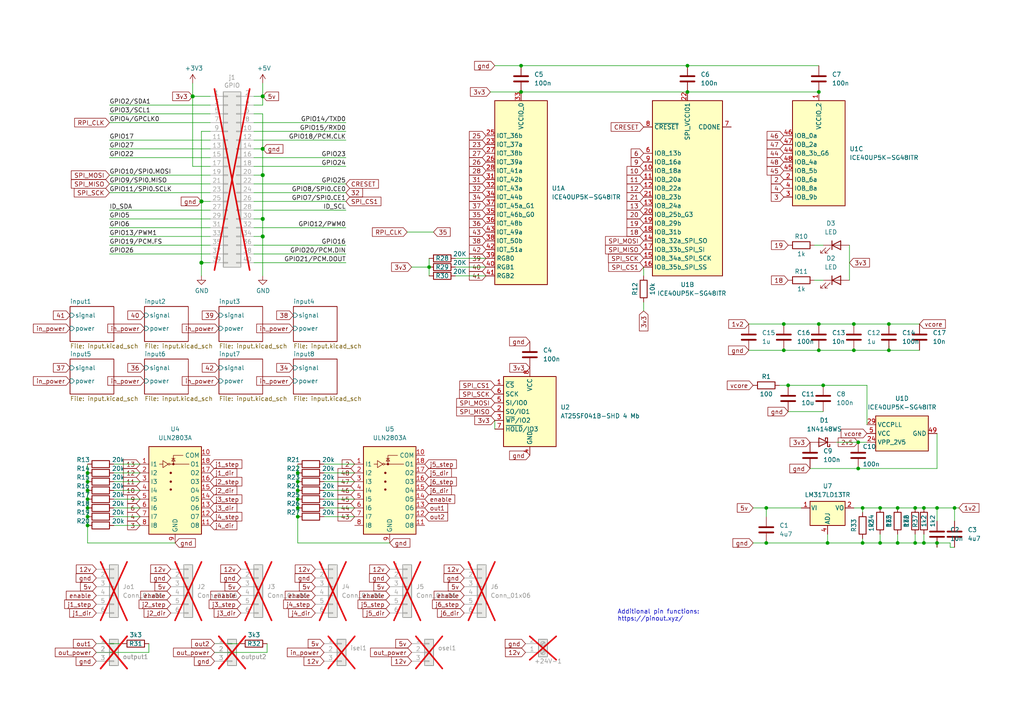
<source format=kicad_sch>
(kicad_sch (version 20231120) (generator "eeschema") (generator_version "8.0")
  (paper "A4")
  (title_block (date "2024-08-06"))
  (junction (at 199.39 19.05))
  (junction (at 86.36 139.7))
  (junction (at 86.36 142.24))
  (junction (at 76.2 27.94) (diameter 1.016))
  (junction (at 25.4 147.32))
  (junction (at 76.2 43.18) (diameter 1.016))
  (junction (at 267.97 147.32))
  (junction (at 250.19 147.32))
  (junction (at 25.4 144.78))
  (junction (at 257.81 101.6))
  (junction (at 271.78 147.32))
  (junction (at 86.36 147.32))
  (junction (at 227.33 101.6))
  (junction (at 248.92 135.89))
  (junction (at 199.39 26.67))
  (junction (at 238.76 111.76))
  (junction (at 248.92 128.27))
  (junction (at 25.4 149.86))
  (junction (at 86.36 137.16))
  (junction (at 271.78 157.48))
  (junction (at 276.86 147.32))
  (junction (at 58.42 76.2) (diameter 1.016))
  (junction (at 25.4 152.4))
  (junction (at 25.4 142.24))
  (junction (at 247.65 93.98))
  (junction (at 58.42 58.42) (diameter 1.016))
  (junction (at 240.03 157.48))
  (junction (at 25.4 139.7))
  (junction (at 227.33 93.98))
  (junction (at 124.46 77.47))
  (junction (at 237.49 101.6))
  (junction (at 76.2 68.58) (diameter 1.016))
  (junction (at 222.25 157.48))
  (junction (at 228.6 111.76))
  (junction (at 237.49 93.98))
  (junction (at 250.19 157.48))
  (junction (at 222.25 147.32))
  (junction (at 86.36 144.78))
  (junction (at 237.49 26.67))
  (junction (at 265.43 157.48))
  (junction (at 76.2 63.5) (diameter 1.016))
  (junction (at 151.13 26.67))
  (junction (at 265.43 147.32))
  (junction (at 260.35 157.48))
  (junction (at 260.35 147.32))
  (junction (at 267.97 157.48))
  (junction (at 76.2 50.8) (diameter 1.016))
  (junction (at 247.65 101.6))
  (junction (at 151.13 19.05))
  (junction (at 86.36 149.86))
  (junction (at 255.27 147.32))
  (junction (at 257.81 93.98))
  (junction (at 25.4 137.16))
  (junction (at 55.88 27.94) (diameter 1.016))
  (junction (at 255.27 157.48))
  (wire (pts (xy 247.65 147.32) (xy 250.19 147.32)))
  (wire (pts (xy 58.42 58.42) (xy 58.42 76.2)))
  (wire (pts (xy 93.98 142.24) (xy 102.87 142.24)))
  (wire (pts (xy 73.66 58.42) (xy 100.33 58.42)))
  (wire (pts (xy 250.19 148.59) (xy 250.19 147.32)))
  (wire (pts (xy 60.96 40.64) (xy 31.75 40.64)))
  (wire (pts (xy 257.81 93.98) (xy 266.7 93.98)))
  (wire (pts (xy 226.06 111.76) (xy 228.6 111.76)))
  (wire (pts (xy 25.4 134.62) (xy 25.4 137.16)))
  (wire (pts (xy 240.03 157.48) (xy 250.19 157.48)))
  (wire (pts (xy 76.2 33.02) (xy 76.2 43.18)))
  (wire (pts (xy 186.69 87.63) (xy 186.69 90.17)))
  (wire (pts (xy 76.2 50.8) (xy 73.66 50.8)))
  (wire (pts (xy 76.2 63.5) (xy 76.2 68.58)))
  (wire (pts (xy 250.19 157.48) (xy 255.27 157.48)))
  (wire (pts (xy 93.98 134.62) (xy 102.87 134.62)))
  (wire (pts (xy 86.36 144.78) (xy 86.36 147.32)))
  (wire (pts (xy 271.78 158.75) (xy 271.78 157.48)))
  (wire (pts (xy 238.76 81.28) (xy 236.22 81.28)))
  (wire (pts (xy 247.65 93.98) (xy 257.81 93.98)))
  (wire (pts (xy 76.2 50.8) (xy 76.2 63.5)))
  (wire (pts (xy 73.66 35.56) (xy 100.33 35.56)))
  (wire (pts (xy 58.42 38.1) (xy 58.42 58.42)))
  (wire (pts (xy 227.33 101.6) (xy 237.49 101.6)))
  (wire (pts (xy 142.24 26.67) (xy 151.13 26.67)))
  (wire (pts (xy 58.42 38.1) (xy 60.96 38.1)))
  (wire (pts (xy 238.76 111.76) (xy 251.46 111.76)))
  (wire (pts (xy 73.66 55.88) (xy 100.33 55.88)))
  (wire (pts (xy 93.98 137.16) (xy 102.87 137.16)))
  (wire (pts (xy 267.97 157.48) (xy 271.78 157.48)))
  (wire (pts (xy 60.96 60.96) (xy 31.75 60.96)))
  (wire (pts (xy 31.75 63.5) (xy 60.96 63.5)))
  (wire (pts (xy 93.98 149.86) (xy 102.87 149.86)))
  (wire (pts (xy 248.92 128.27) (xy 251.46 128.27)))
  (wire (pts (xy 251.46 123.19) (xy 251.46 111.76)))
  (wire (pts (xy 33.02 142.24) (xy 40.64 142.24)))
  (wire (pts (xy 247.65 101.6) (xy 257.81 101.6)))
  (wire (pts (xy 260.35 157.48) (xy 265.43 157.48)))
  (wire (pts (xy 58.42 58.42) (xy 60.96 58.42)))
  (wire (pts (xy 222.25 147.32) (xy 232.41 147.32)))
  (wire (pts (xy 113.03 157.48) (xy 86.36 157.48)))
  (wire (pts (xy 86.36 157.48) (xy 86.36 149.86)))
  (wire (pts (xy 25.4 142.24) (xy 25.4 144.78)))
  (wire (pts (xy 73.66 45.72) (xy 100.33 45.72)))
  (wire (pts (xy 132.08 80.01) (xy 140.97 80.01)))
  (wire (pts (xy 43.18 189.23) (xy 43.18 186.69)))
  (wire (pts (xy 186.69 80.01) (xy 186.69 77.47)))
  (wire (pts (xy 218.44 147.32) (xy 222.25 147.32)))
  (wire (pts (xy 73.66 76.2) (xy 100.33 76.2)))
  (wire (pts (xy 242.57 128.27) (xy 248.92 128.27)))
  (wire (pts (xy 58.42 76.2) (xy 58.42 80.01)))
  (wire (pts (xy 31.75 43.18) (xy 60.96 43.18)))
  (wire (pts (xy 250.19 147.32) (xy 255.27 147.32)))
  (wire (pts (xy 55.88 24.13) (xy 55.88 27.94)))
  (wire (pts (xy 25.4 147.32) (xy 25.4 149.86)))
  (wire (pts (xy 255.27 157.48) (xy 260.35 157.48)))
  (wire (pts (xy 228.6 119.38) (xy 238.76 119.38)))
  (wire (pts (xy 275.59 157.48) (xy 271.78 157.48)))
  (wire (pts (xy 33.02 149.86) (xy 40.64 149.86)))
  (wire (pts (xy 260.35 154.94) (xy 260.35 157.48)))
  (wire (pts (xy 257.81 101.6) (xy 266.7 101.6)))
  (wire (pts (xy 76.2 68.58) (xy 73.66 68.58)))
  (wire (pts (xy 33.02 134.62) (xy 40.64 134.62)))
  (wire (pts (xy 151.13 26.67) (xy 199.39 26.67)))
  (wire (pts (xy 275.59 158.75) (xy 276.86 158.75)))
  (wire (pts (xy 31.75 33.02) (xy 60.96 33.02)))
  (wire (pts (xy 222.25 149.86) (xy 222.25 147.32)))
  (wire (pts (xy 86.36 142.24) (xy 86.36 144.78)))
  (wire (pts (xy 31.75 55.88) (xy 60.96 55.88)))
  (wire (pts (xy 55.88 48.26) (xy 60.96 48.26)))
  (wire (pts (xy 60.96 30.48) (xy 31.75 30.48)))
  (wire (pts (xy 265.43 157.48) (xy 267.97 157.48)))
  (wire (pts (xy 76.2 27.94) (xy 76.2 30.48)))
  (wire (pts (xy 25.4 137.16) (xy 25.4 139.7)))
  (wire (pts (xy 228.6 111.76) (xy 238.76 111.76)))
  (wire (pts (xy 76.2 43.18) (xy 76.2 50.8)))
  (wire (pts (xy 73.66 40.64) (xy 100.33 40.64)))
  (wire (pts (xy 222.25 157.48) (xy 240.03 157.48)))
  (wire (pts (xy 76.2 43.18) (xy 73.66 43.18)))
  (wire (pts (xy 124.46 77.47) (xy 124.46 80.01)))
  (wire (pts (xy 76.2 24.13) (xy 76.2 27.94)))
  (wire (pts (xy 132.08 77.47) (xy 140.97 77.47)))
  (wire (pts (xy 31.75 35.56) (xy 60.96 35.56)))
  (wire (pts (xy 25.4 139.7) (xy 25.4 142.24)))
  (wire (pts (xy 276.86 147.32) (xy 276.86 151.13)))
  (wire (pts (xy 237.49 93.98) (xy 247.65 93.98)))
  (wire (pts (xy 76.2 27.94) (xy 73.66 27.94)))
  (wire (pts (xy 55.88 27.94) (xy 55.88 48.26)))
  (wire (pts (xy 234.95 135.89) (xy 248.92 135.89)))
  (wire (pts (xy 73.66 48.26) (xy 100.33 48.26)))
  (wire (pts (xy 73.66 38.1) (xy 100.33 38.1)))
  (wire (pts (xy 238.76 71.12) (xy 236.22 71.12)))
  (wire (pts (xy 27.94 189.23) (xy 43.18 189.23)))
  (wire (pts (xy 31.75 45.72) (xy 60.96 45.72)))
  (wire (pts (xy 25.4 152.4) (xy 25.4 157.48)))
  (wire (pts (xy 217.17 101.6) (xy 227.33 101.6)))
  (wire (pts (xy 31.75 53.34) (xy 60.96 53.34)))
  (wire (pts (xy 255.27 147.32) (xy 260.35 147.32)))
  (wire (pts (xy 93.98 144.78) (xy 102.87 144.78)))
  (wire (pts (xy 276.86 147.32) (xy 271.78 147.32)))
  (wire (pts (xy 62.23 186.69) (xy 69.85 186.69)))
  (wire (pts (xy 93.98 147.32) (xy 102.87 147.32)))
  (wire (pts (xy 199.39 19.05) (xy 237.49 19.05)))
  (wire (pts (xy 31.75 66.04) (xy 60.96 66.04)))
  (wire (pts (xy 151.13 19.05) (xy 199.39 19.05)))
  (wire (pts (xy 76.2 30.48) (xy 73.66 30.48)))
  (wire (pts (xy 267.97 154.94) (xy 267.97 157.48)))
  (wire (pts (xy 246.38 71.12) (xy 246.38 81.28)))
  (wire (pts (xy 227.33 93.98) (xy 237.49 93.98)))
  (wire (pts (xy 119.38 77.47) (xy 124.46 77.47)))
  (wire (pts (xy 218.44 157.48) (xy 222.25 157.48)))
  (wire (pts (xy 143.51 19.05) (xy 151.13 19.05)))
  (wire (pts (xy 31.75 71.12) (xy 60.96 71.12)))
  (wire (pts (xy 33.02 144.78) (xy 40.64 144.78)))
  (wire (pts (xy 73.66 71.12) (xy 100.33 71.12)))
  (wire (pts (xy 25.4 144.78) (xy 25.4 147.32)))
  (wire (pts (xy 199.39 26.67) (xy 237.49 26.67)))
  (wire (pts (xy 125.73 67.31) (xy 118.11 67.31)))
  (wire (pts (xy 132.08 74.93) (xy 140.97 74.93)))
  (wire (pts (xy 73.66 66.04) (xy 100.33 66.04)))
  (wire (pts (xy 58.42 76.2) (xy 60.96 76.2)))
  (wire (pts (xy 33.02 152.4) (xy 40.64 152.4)))
  (wire (pts (xy 275.59 158.75) (xy 275.59 157.48)))
  (wire (pts (xy 73.66 73.66) (xy 100.33 73.66)))
  (wire (pts (xy 27.94 186.69) (xy 35.56 186.69)))
  (wire (pts (xy 278.13 147.32) (xy 276.86 147.32)))
  (wire (pts (xy 76.2 33.02) (xy 73.66 33.02)))
  (wire (pts (xy 33.02 147.32) (xy 40.64 147.32)))
  (wire (pts (xy 237.49 101.6) (xy 247.65 101.6)))
  (wire (pts (xy 31.75 73.66) (xy 60.96 73.66)))
  (wire (pts (xy 77.47 189.23) (xy 77.47 186.69)))
  (wire (pts (xy 86.36 139.7) (xy 86.36 142.24)))
  (wire (pts (xy 255.27 154.94) (xy 255.27 157.48)))
  (wire (pts (xy 265.43 147.32) (xy 267.97 147.32)))
  (wire (pts (xy 265.43 154.94) (xy 265.43 157.48)))
  (wire (pts (xy 124.46 74.93) (xy 124.46 77.47)))
  (wire (pts (xy 217.17 93.98) (xy 227.33 93.98)))
  (wire (pts (xy 33.02 137.16) (xy 40.64 137.16)))
  (wire (pts (xy 240.03 154.94) (xy 240.03 157.48)))
  (wire (pts (xy 271.78 147.32) (xy 271.78 151.13)))
  (wire (pts (xy 143.51 121.92) (xy 143.51 124.46)))
  (wire (pts (xy 76.2 68.58) (xy 76.2 80.01)))
  (wire (pts (xy 73.66 53.34) (xy 100.33 53.34)))
  (wire (pts (xy 60.96 68.58) (xy 31.75 68.58)))
  (wire (pts (xy 267.97 147.32) (xy 271.78 147.32)))
  (wire (pts (xy 25.4 149.86) (xy 25.4 152.4)))
  (wire (pts (xy 76.2 63.5) (xy 73.66 63.5)))
  (wire (pts (xy 86.36 134.62) (xy 86.36 137.16)))
  (wire (pts (xy 55.88 27.94) (xy 60.96 27.94)))
  (wire (pts (xy 248.92 135.89) (xy 271.78 135.89)))
  (wire (pts (xy 25.4 157.48) (xy 50.8 157.48)))
  (wire (pts (xy 62.23 189.23) (xy 77.47 189.23)))
  (wire (pts (xy 250.19 156.21) (xy 250.19 157.48)))
  (wire (pts (xy 93.98 139.7) (xy 102.87 139.7)))
  (wire (pts (xy 60.96 50.8) (xy 31.75 50.8)))
  (wire (pts (xy 73.66 60.96) (xy 100.33 60.96)))
  (wire (pts (xy 260.35 147.32) (xy 265.43 147.32)))
  (wire (pts (xy 86.36 137.16) (xy 86.36 139.7)))
  (wire (pts (xy 271.78 125.73) (xy 271.78 135.89)))
  (wire (pts (xy 86.36 147.32) (xy 86.36 149.86)))
  (wire (pts (xy 33.02 139.7) (xy 40.64 139.7)))
  (wire (pts (xy 257.81 100.33) (xy 257.81 101.6)))
  (text "Additional pin functions:\nhttps://pinout.xyz/" (at 179.07 180.34 0) (effects (font (size 1.27 1.27)) (justify left bottom)))
  (label "ID_SDA" (at 31.75 60.96 0))
  (label "GPIO6" (at 31.75 66.04 0))
  (label "ID_SCL" (at 100.33 60.96 180))
  (label "GPIO5" (at 31.75 63.5 0))
  (label "GPIO21{slash}PCM.DOUT" (at 100.33 76.2 180))
  (label "GPIO19{slash}PCM.FS" (at 31.75 71.12 0))
  (label "GPIO10{slash}SPI0.MOSI" (at 31.75 50.8 0))
  (label "GPIO9{slash}SPI0.MISO" (at 31.75 53.34 0))
  (label "GPIO23" (at 100.33 45.72 180))
  (label "GPIO4{slash}GPCLK0" (at 31.75 35.56 0))
  (label "GPIO27" (at 31.75 43.18 0))
  (label "GPIO26" (at 31.75 73.66 0))
  (label "GPIO14{slash}TXD0" (at 100.33 35.56 180))
  (label "GPIO8{slash}SPI0.CE0" (at 100.33 55.88 180))
  (label "GPIO15{slash}RXD0" (at 100.33 38.1 180))
  (label "GPIO16" (at 100.33 71.12 180))
  (label "GPIO22" (at 31.75 45.72 0))
  (label "GPIO2{slash}SDA1" (at 31.75 30.48 0))
  (label "GPIO17" (at 31.75 40.64 0))
  (label "GPIO25" (at 100.33 53.34 180))
  (label "GPIO3{slash}SCL1" (at 31.75 33.02 0))
  (label "GPIO18{slash}PCM.CLK" (at 100.33 40.64 180))
  (label "GPIO12{slash}PWM0" (at 100.33 66.04 180))
  (label "GPIO13{slash}PWM1" (at 31.75 68.58 0))
  (label "GPIO20{slash}PCM.DIN" (at 100.33 73.66 180))
  (label "GPIO24" (at 100.33 48.26 180))
  (label "GPIO7{slash}SPI0.CE1" (at 100.33 58.42 180))
  (label "GPIO11{slash}SPI0.SCLK" (at 31.75 55.88 0))
  (global_label "j3_step" (shape input) (at 69.85 175.26 180) (property "Intersheetrefs" "${INTERSHEET_REFS}" (effects (hide yes))))
  (global_label "SPI_SCK" (shape input) (at 143.51 114.3 180) (property "Intersheetrefs" "${INTERSHEET_REFS}" (effects (hide yes))))
  (global_label "3v3" (shape input) (at 234.95 128.27 180) (property "Intersheetrefs" "${INTERSHEET_REFS}" (effects (hide yes))))
  (global_label "12v" (shape input) (at 93.98 191.77 180) (property "Intersheetrefs" "${INTERSHEET_REFS}" (effects (hide yes))))
  (global_label "in_power" (shape input) (at 63.5 95.25 180) (property "Intersheetrefs" "${INTERSHEET_REFS}" (effects (hide yes))))
  (global_label "10" (shape input) (at 40.64 142.24 180) (property "Intersheetrefs" "${INTERSHEET_REFS}" (effects (hide yes))))
  (global_label "j2_dir" (shape input) (at 49.53 177.8 180) (property "Intersheetrefs" "${INTERSHEET_REFS}" (effects (hide yes))))
  (global_label "9" (shape input) (at 40.64 144.78 180) (property "Intersheetrefs" "${INTERSHEET_REFS}" (effects (hide yes))))
  (global_label "out2" (shape input) (at 62.23 186.69 180) (property "Intersheetrefs" "${INTERSHEET_REFS}" (effects (hide yes))))
  (global_label "45" (shape input) (at 227.33 49.53 180) (property "Intersheetrefs" "${INTERSHEET_REFS}" (effects (hide yes))))
  (global_label "j6_step" (shape input) (at 134.62 175.26 180) (property "Intersheetrefs" "${INTERSHEET_REFS}" (effects (hide yes))))
  (global_label "1v2" (shape input) (at 217.17 93.98 180) (property "Intersheetrefs" "${INTERSHEET_REFS}" (effects (hide yes))))
  (global_label "j5_dir" (shape input) (at 123.19 137.16 0) (property "Intersheetrefs" "${INTERSHEET_REFS}" (effects (hide yes))))
  (global_label "5v" (shape input) (at 119.38 186.69 180) (property "Intersheetrefs" "${INTERSHEET_REFS}" (effects (hide yes))))
  (global_label "enable" (shape input) (at 27.94 172.72 180) (property "Intersheetrefs" "${INTERSHEET_REFS}" (effects (hide yes))))
  (global_label "5v" (shape input) (at 134.62 170.18 180) (property "Intersheetrefs" "${INTERSHEET_REFS}" (effects (hide yes))))
  (global_label "gnd" (shape input) (at 234.95 135.89 180) (property "Intersheetrefs" "${INTERSHEET_REFS}" (effects (hide yes))))
  (global_label "35" (shape input) (at 140.97 62.23 180) (property "Intersheetrefs" "${INTERSHEET_REFS}" (effects (hide yes))))
  (global_label "5v" (shape input) (at 76.2 27.94 0) (property "Intersheetrefs" "${INTERSHEET_REFS}" (effects (hide yes))))
  (global_label "j3_dir" (shape input) (at 60.96 147.32 0) (property "Intersheetrefs" "${INTERSHEET_REFS}" (effects (hide yes))))
  (global_label "RPI_CLK" (shape input) (at 118.11 67.31 180) (property "Intersheetrefs" "${INTERSHEET_REFS}" (effects (hide yes))))
  (global_label "12" (shape input) (at 186.69 54.61 180) (property "Intersheetrefs" "${INTERSHEET_REFS}" (effects (hide yes))))
  (global_label "12v" (shape input) (at 119.38 191.77 180) (property "Intersheetrefs" "${INTERSHEET_REFS}" (effects (hide yes))))
  (global_label "enable" (shape input) (at 69.85 172.72 180) (property "Intersheetrefs" "${INTERSHEET_REFS}" (effects (hide yes))))
  (global_label "enable" (shape input) (at 49.53 172.72 180) (property "Intersheetrefs" "${INTERSHEET_REFS}" (effects (hide yes))))
  (global_label "5v" (shape input) (at 69.85 170.18 180) (property "Intersheetrefs" "${INTERSHEET_REFS}" (effects (hide yes))))
  (global_label "j6_step" (shape input) (at 123.19 139.7 0) (property "Intersheetrefs" "${INTERSHEET_REFS}" (effects (hide yes))))
  (global_label "gnd" (shape input) (at 76.2 43.18 0) (property "Intersheetrefs" "${INTERSHEET_REFS}" (effects (hide yes))))
  (global_label "gnd" (shape input) (at 62.23 191.77 180) (property "Intersheetrefs" "${INTERSHEET_REFS}" (effects (hide yes))))
  (global_label "SPI_CS1" (shape input) (at 143.51 111.76 180) (property "Intersheetrefs" "${INTERSHEET_REFS}" (effects (hide yes))))
  (global_label "5v" (shape input) (at 218.44 147.32 180) (property "Intersheetrefs" "${INTERSHEET_REFS}" (effects (hide yes))))
  (global_label "2v5" (shape input) (at 248.92 128.27 180) (property "Intersheetrefs" "${INTERSHEET_REFS}" (effects (hide yes))))
  (global_label "12v" (shape input) (at 49.53 165.1 180) (property "Intersheetrefs" "${INTERSHEET_REFS}" (effects (hide yes))))
  (global_label "19" (shape input) (at 228.6 71.12 180) (property "Intersheetrefs" "${INTERSHEET_REFS}" (effects (hide yes))))
  (global_label "j1_dir" (shape input) (at 60.96 137.16 0) (property "Intersheetrefs" "${INTERSHEET_REFS}" (effects (hide yes))))
  (global_label "gnd" (shape input) (at 49.53 167.64 180) (property "Intersheetrefs" "${INTERSHEET_REFS}" (effects (hide yes))))
  (global_label "31" (shape input) (at 140.97 52.07 180) (property "Intersheetrefs" "${INTERSHEET_REFS}" (effects (hide yes))))
  (global_label "42" (shape input) (at 140.97 72.39 180) (property "Intersheetrefs" "${INTERSHEET_REFS}" (effects (hide yes))))
  (global_label "12" (shape input) (at 40.64 137.16 180) (property "Intersheetrefs" "${INTERSHEET_REFS}" (effects (hide yes))))
  (global_label "3" (shape input) (at 227.33 57.15 180) (property "Intersheetrefs" "${INTERSHEET_REFS}" (effects (hide yes))))
  (global_label "in_power" (shape input) (at 20.32 110.49 180) (property "Intersheetrefs" "${INTERSHEET_REFS}" (effects (hide yes))))
  (global_label "3" (shape input) (at 40.64 152.4 180) (property "Intersheetrefs" "${INTERSHEET_REFS}" (effects (hide yes))))
  (global_label "SPI_MISO" (shape input) (at 143.51 119.38 180) (property "Intersheetrefs" "${INTERSHEET_REFS}" (effects (hide yes))))
  (global_label "j6_dir" (shape input) (at 123.19 142.24 0) (property "Intersheetrefs" "${INTERSHEET_REFS}" (effects (hide yes))))
  (global_label "34" (shape input) (at 85.09 106.68 180) (property "Intersheetrefs" "${INTERSHEET_REFS}" (effects (hide yes))))
  (global_label "26" (shape input) (at 140.97 46.99 180) (property "Intersheetrefs" "${INTERSHEET_REFS}" (effects (hide yes))))
  (global_label "3v3" (shape input) (at 153.67 106.68 180) (property "Intersheetrefs" "${INTERSHEET_REFS}" (effects (hide yes))))
  (global_label "SPI_SCK" (shape input) (at 186.69 74.93 180) (property "Intersheetrefs" "${INTERSHEET_REFS}" (effects (hide yes))))
  (global_label "36" (shape input) (at 41.91 106.68 180) (property "Intersheetrefs" "${INTERSHEET_REFS}" (effects (hide yes))))
  (global_label "gnd" (shape input) (at 218.44 157.48 180) (property "Intersheetrefs" "${INTERSHEET_REFS}" (effects (hide yes))))
  (global_label "j5_dir" (shape input) (at 113.03 177.8 180) (property "Intersheetrefs" "${INTERSHEET_REFS}" (effects (hide yes))))
  (global_label "12v" (shape input) (at 27.94 165.1 180) (property "Intersheetrefs" "${INTERSHEET_REFS}" (effects (hide yes))))
  (global_label "36" (shape input) (at 140.97 64.77 180) (property "Intersheetrefs" "${INTERSHEET_REFS}" (effects (hide yes))))
  (global_label "48" (shape input) (at 102.87 137.16 180) (property "Intersheetrefs" "${INTERSHEET_REFS}" (effects (hide yes))))
  (global_label "2" (shape input) (at 227.33 52.07 180) (property "Intersheetrefs" "${INTERSHEET_REFS}" (effects (hide yes))))
  (global_label "out1" (shape input) (at 123.19 147.32 0) (property "Intersheetrefs" "${INTERSHEET_REFS}" (effects (hide yes))))
  (global_label "j2_step" (shape input) (at 60.96 139.7 0) (property "Intersheetrefs" "${INTERSHEET_REFS}" (effects (hide yes))))
  (global_label "5v" (shape input) (at 27.94 170.18 180) (property "Intersheetrefs" "${INTERSHEET_REFS}" (effects (hide yes))))
  (global_label "in_power" (shape input) (at 85.09 110.49 180) (property "Intersheetrefs" "${INTERSHEET_REFS}" (effects (hide yes))))
  (global_label "vcore" (shape input) (at 218.44 111.76 180) (property "Intersheetrefs" "${INTERSHEET_REFS}" (effects (hide yes))))
  (global_label "5v" (shape input) (at 113.03 170.18 180) (property "Intersheetrefs" "${INTERSHEET_REFS}" (effects (hide yes))))
  (global_label "gnd" (shape input) (at 153.67 99.06 180) (property "Intersheetrefs" "${INTERSHEET_REFS}" (effects (hide yes))))
  (global_label "CRESET" (shape input) (at 100.33 53.34 0) (property "Intersheetrefs" "${INTERSHEET_REFS}" (effects (hide yes))))
  (global_label "3v3" (shape input) (at 55.88 27.94 180) (property "Intersheetrefs" "${INTERSHEET_REFS}" (effects (hide yes))))
  (global_label "3v3" (shape input) (at 246.38 76.2 0) (property "Intersheetrefs" "${INTERSHEET_REFS}" (effects (hide yes))))
  (global_label "4" (shape input) (at 227.33 54.61 180) (property "Intersheetrefs" "${INTERSHEET_REFS}" (effects (hide yes))))
  (global_label "41" (shape input) (at 140.97 80.01 180) (property "Intersheetrefs" "${INTERSHEET_REFS}" (effects (hide yes))))
  (global_label "3v3" (shape input) (at 119.38 77.47 180) (property "Intersheetrefs" "${INTERSHEET_REFS}" (effects (hide yes))))
  (global_label "32" (shape input) (at 100.33 55.88 0) (property "Intersheetrefs" "${INTERSHEET_REFS}" (effects (hide yes))))
  (global_label "j4_step" (shape input) (at 91.44 175.26 180) (property "Intersheetrefs" "${INTERSHEET_REFS}" (effects (hide yes))))
  (global_label "enable" (shape input) (at 123.19 144.78 0) (property "Intersheetrefs" "${INTERSHEET_REFS}" (effects (hide yes))))
  (global_label "18" (shape input) (at 186.69 67.31 180) (property "Intersheetrefs" "${INTERSHEET_REFS}" (effects (hide yes))))
  (global_label "j3_dir" (shape input) (at 69.85 177.8 180) (property "Intersheetrefs" "${INTERSHEET_REFS}" (effects (hide yes))))
  (global_label "11" (shape input) (at 186.69 52.07 180) (property "Intersheetrefs" "${INTERSHEET_REFS}" (effects (hide yes))))
  (global_label "44" (shape input) (at 227.33 44.45 180) (property "Intersheetrefs" "${INTERSHEET_REFS}" (effects (hide yes))))
  (global_label "5v" (shape input) (at 91.44 170.18 180) (property "Intersheetrefs" "${INTERSHEET_REFS}" (effects (hide yes))))
  (global_label "enable" (shape input) (at 91.44 172.72 180) (property "Intersheetrefs" "${INTERSHEET_REFS}" (effects (hide yes))))
  (global_label "SPI_CS1" (shape input) (at 186.69 77.47 180) (property "Intersheetrefs" "${INTERSHEET_REFS}" (effects (hide yes))))
  (global_label "19" (shape input) (at 186.69 64.77 180) (property "Intersheetrefs" "${INTERSHEET_REFS}" (effects (hide yes))))
  (global_label "SPI_MISO" (shape input) (at 31.75 53.34 180) (property "Intersheetrefs" "${INTERSHEET_REFS}" (effects (hide yes))))
  (global_label "enable" (shape input) (at 134.62 172.72 180) (property "Intersheetrefs" "${INTERSHEET_REFS}" (effects (hide yes))))
  (global_label "RPI_CLK" (shape input) (at 31.75 35.56 180) (property "Intersheetrefs" "${INTERSHEET_REFS}" (effects (hide yes))))
  (global_label "12v" (shape input) (at 91.44 165.1 180) (property "Intersheetrefs" "${INTERSHEET_REFS}" (effects (hide yes))))
  (global_label "out_power" (shape input) (at 119.38 189.23 180) (property "Intersheetrefs" "${INTERSHEET_REFS}" (effects (hide yes))))
  (global_label "gnd" (shape input) (at 91.44 167.64 180) (property "Intersheetrefs" "${INTERSHEET_REFS}" (effects (hide yes))))
  (global_label "gnd" (shape input) (at 113.03 157.48 0) (property "Intersheetrefs" "${INTERSHEET_REFS}" (effects (hide yes))))
  (global_label "5v" (shape input) (at 93.98 186.69 180) (property "Intersheetrefs" "${INTERSHEET_REFS}" (effects (hide yes))))
  (global_label "27" (shape input) (at 140.97 44.45 180) (property "Intersheetrefs" "${INTERSHEET_REFS}" (effects (hide yes))))
  (global_label "gnd" (shape input) (at 143.51 19.05 180) (property "Intersheetrefs" "${INTERSHEET_REFS}" (effects (hide yes))))
  (global_label "35" (shape input) (at 125.73 67.31 0) (property "Intersheetrefs" "${INTERSHEET_REFS}" (effects (hide yes))))
  (global_label "6" (shape input) (at 40.64 147.32 180) (property "Intersheetrefs" "${INTERSHEET_REFS}" (effects (hide yes))))
  (global_label "in_power" (shape input) (at 93.98 189.23 180) (property "Intersheetrefs" "${INTERSHEET_REFS}" (effects (hide yes))))
  (global_label "13" (shape input) (at 186.69 59.69 180) (property "Intersheetrefs" "${INTERSHEET_REFS}" (effects (hide yes))))
  (global_label "43" (shape input) (at 140.97 67.31 180) (property "Intersheetrefs" "${INTERSHEET_REFS}" (effects (hide yes))))
  (global_label "SPI_MISO" (shape input) (at 186.69 72.39 180) (property "Intersheetrefs" "${INTERSHEET_REFS}" (effects (hide yes))))
  (global_label "37" (shape input) (at 140.97 59.69 180) (property "Intersheetrefs" "${INTERSHEET_REFS}" (effects (hide yes))))
  (global_label "3v3" (shape input) (at 143.51 121.92 180) (property "Intersheetrefs" "${INTERSHEET_REFS}" (effects (hide yes))))
  (global_label "41" (shape input) (at 20.32 91.44 180) (property "Intersheetrefs" "${INTERSHEET_REFS}" (effects (hide yes))))
  (global_label "1v2" (shape input) (at 278.13 147.32 0) (property "Intersheetrefs" "${INTERSHEET_REFS}" (effects (hide yes))))
  (global_label "12v" (shape input) (at 152.4 189.23 180) (property "Intersheetrefs" "${INTERSHEET_REFS}" (effects (hide yes))))
  (global_label "vcore" (shape input) (at 251.46 125.73 180) (property "Intersheetrefs" "${INTERSHEET_REFS}" (effects (hide yes))))
  (global_label "j6_dir" (shape input) (at 134.62 177.8 180) (property "Intersheetrefs" "${INTERSHEET_REFS}" (effects (hide yes))))
  (global_label "out1" (shape input) (at 27.94 186.69 180) (property "Intersheetrefs" "${INTERSHEET_REFS}" (effects (hide yes))))
  (global_label "gnd" (shape input) (at 27.94 167.64 180) (property "Intersheetrefs" "${INTERSHEET_REFS}" (effects (hide yes))))
  (global_label "34" (shape input) (at 140.97 57.15 180) (property "Intersheetrefs" "${INTERSHEET_REFS}" (effects (hide yes))))
  (global_label "gnd" (shape input) (at 152.4 186.69 180) (property "Intersheetrefs" "${INTERSHEET_REFS}" (effects (hide yes))))
  (global_label "j4_dir" (shape input) (at 60.96 152.4 0) (property "Intersheetrefs" "${INTERSHEET_REFS}" (effects (hide yes))))
  (global_label "37" (shape input) (at 20.32 106.68 180) (property "Intersheetrefs" "${INTERSHEET_REFS}" (effects (hide yes))))
  (global_label "gnd" (shape input) (at 134.62 167.64 180) (property "Intersheetrefs" "${INTERSHEET_REFS}" (effects (hide yes))))
  (global_label "in_power" (shape input) (at 85.09 95.25 180) (property "Intersheetrefs" "${INTERSHEET_REFS}" (effects (hide yes))))
  (global_label "enable" (shape input) (at 113.03 172.72 180) (property "Intersheetrefs" "${INTERSHEET_REFS}" (effects (hide yes))))
  (global_label "39" (shape input) (at 140.97 74.93 180) (property "Intersheetrefs" "${INTERSHEET_REFS}" (effects (hide yes))))
  (global_label "42" (shape input) (at 63.5 106.68 180) (property "Intersheetrefs" "${INTERSHEET_REFS}" (effects (hide yes))))
  (global_label "j2_step" (shape input) (at 49.53 175.26 180) (property "Intersheetrefs" "${INTERSHEET_REFS}" (effects (hide yes))))
  (global_label "2" (shape input) (at 102.87 134.62 180) (property "Intersheetrefs" "${INTERSHEET_REFS}" (effects (hide yes))))
  (global_label "23" (shape input) (at 140.97 41.91 180) (property "Intersheetrefs" "${INTERSHEET_REFS}" (effects (hide yes))))
  (global_label "j1_dir" (shape input) (at 27.94 177.8 180) (property "Intersheetrefs" "${INTERSHEET_REFS}" (effects (hide yes))))
  (global_label "28" (shape input) (at 140.97 49.53 180) (property "Intersheetrefs" "${INTERSHEET_REFS}" (effects (hide yes))))
  (global_label "CRESET" (shape input) (at 186.69 36.83 180) (property "Intersheetrefs" "${INTERSHEET_REFS}" (effects (hide yes))))
  (global_label "j5_step" (shape input) (at 113.03 175.26 180) (property "Intersheetrefs" "${INTERSHEET_REFS}" (effects (hide yes))))
  (global_label "gnd" (shape input) (at 113.03 167.64 180) (property "Intersheetrefs" "${INTERSHEET_REFS}" (effects (hide yes))))
  (global_label "46" (shape input) (at 102.87 142.24 180) (property "Intersheetrefs" "${INTERSHEET_REFS}" (effects (hide yes))))
  (global_label "39" (shape input) (at 63.5 91.44 180) (property "Intersheetrefs" "${INTERSHEET_REFS}" (effects (hide yes))))
  (global_label "j2_dir" (shape input) (at 60.96 142.24 0) (property "Intersheetrefs" "${INTERSHEET_REFS}" (effects (hide yes))))
  (global_label "45" (shape input) (at 102.87 144.78 180) (property "Intersheetrefs" "${INTERSHEET_REFS}" (effects (hide yes))))
  (global_label "gnd" (shape input) (at 69.85 167.64 180) (property "Intersheetrefs" "${INTERSHEET_REFS}" (effects (hide yes))))
  (global_label "3v3" (shape input) (at 142.24 26.67 180) (property "Intersheetrefs" "${INTERSHEET_REFS}" (effects (hide yes))))
  (global_label "j5_step" (shape input) (at 123.19 134.62 0) (property "Intersheetrefs" "${INTERSHEET_REFS}" (effects (hide yes))))
  (global_label "48" (shape input) (at 227.33 46.99 180) (property "Intersheetrefs" "${INTERSHEET_REFS}" (effects (hide yes))))
  (global_label "10" (shape input) (at 186.69 49.53 180) (property "Intersheetrefs" "${INTERSHEET_REFS}" (effects (hide yes))))
  (global_label "20" (shape input) (at 186.69 62.23 180) (property "Intersheetrefs" "${INTERSHEET_REFS}" (effects (hide yes))))
  (global_label "gnd" (shape input) (at 217.17 101.6 180) (property "Intersheetrefs" "${INTERSHEET_REFS}" (effects (hide yes))))
  (global_label "SPI_MOSI" (shape input) (at 143.51 116.84 180) (property "Intersheetrefs" "${INTERSHEET_REFS}" (effects (hide yes))))
  (global_label "40" (shape input) (at 140.97 77.47 180) (property "Intersheetrefs" "${INTERSHEET_REFS}" (effects (hide yes))))
  (global_label "SPI_SCK" (shape input) (at 31.75 55.88 180) (property "Intersheetrefs" "${INTERSHEET_REFS}" (effects (hide yes))))
  (global_label "25" (shape input) (at 140.97 39.37 180) (property "Intersheetrefs" "${INTERSHEET_REFS}" (effects (hide yes))))
  (global_label "18" (shape input) (at 228.6 81.28 180) (property "Intersheetrefs" "${INTERSHEET_REFS}" (effects (hide yes))))
  (global_label "gnd" (shape input) (at 27.94 191.77 180) (property "Intersheetrefs" "${INTERSHEET_REFS}" (effects (hide yes))))
  (global_label "j1_step" (shape input) (at 60.96 134.62 0) (property "Intersheetrefs" "${INTERSHEET_REFS}" (effects (hide yes))))
  (global_label "38" (shape input) (at 140.97 69.85 180) (property "Intersheetrefs" "${INTERSHEET_REFS}" (effects (hide yes))))
  (global_label "47" (shape input) (at 227.33 41.91 180) (property "Intersheetrefs" "${INTERSHEET_REFS}" (effects (hide yes))))
  (global_label "40" (shape input) (at 41.91 91.44 180) (property "Intersheetrefs" "${INTERSHEET_REFS}" (effects (hide yes))))
  (global_label "j3_step" (shape input) (at 60.96 144.78 0) (property "Intersheetrefs" "${INTERSHEET_REFS}" (effects (hide yes))))
  (global_label "in_power" (shape input) (at 20.32 95.25 180) (property "Intersheetrefs" "${INTERSHEET_REFS}" (effects (hide yes))))
  (global_label "j4_dir" (shape input) (at 91.44 177.8 180) (property "Intersheetrefs" "${INTERSHEET_REFS}" (effects (hide yes))))
  (global_label "11" (shape input) (at 40.64 139.7 180) (property "Intersheetrefs" "${INTERSHEET_REFS}" (effects (hide yes))))
  (global_label "9" (shape input) (at 186.69 46.99 180) (property "Intersheetrefs" "${INTERSHEET_REFS}" (effects (hide yes))))
  (global_label "4" (shape input) (at 40.64 149.86 180) (property "Intersheetrefs" "${INTERSHEET_REFS}" (effects (hide yes))))
  (global_label "SPI_MOSI" (shape input) (at 31.75 50.8 180) (property "Intersheetrefs" "${INTERSHEET_REFS}" (effects (hide yes))))
  (global_label "j1_step" (shape input) (at 27.94 175.26 180) (property "Intersheetrefs" "${INTERSHEET_REFS}" (effects (hide yes))))
  (global_label "out2" (shape input) (at 123.19 149.86 0) (property "Intersheetrefs" "${INTERSHEET_REFS}" (effects (hide yes))))
  (global_label "gnd" (shape input) (at 58.42 58.42 180) (property "Intersheetrefs" "${INTERSHEET_REFS}" (effects (hide yes))))
  (global_label "SPI_MOSI" (shape input) (at 186.69 69.85 180) (property "Intersheetrefs" "${INTERSHEET_REFS}" (effects (hide yes))))
  (global_label "43" (shape input) (at 102.87 149.86 180) (property "Intersheetrefs" "${INTERSHEET_REFS}" (effects (hide yes))))
  (global_label "out_power" (shape input) (at 62.23 189.23 180) (property "Intersheetrefs" "${INTERSHEET_REFS}" (effects (hide yes))))
  (global_label "5v" (shape input) (at 49.53 170.18 180) (property "Intersheetrefs" "${INTERSHEET_REFS}" (effects (hide yes))))
  (global_label "12v" (shape input) (at 69.85 165.1 180) (property "Intersheetrefs" "${INTERSHEET_REFS}" (effects (hide yes))))
  (global_label "gnd" (shape input) (at 153.67 132.08 180) (property "Intersheetrefs" "${INTERSHEET_REFS}" (effects (hide yes))))
  (global_label "gnd" (shape input) (at 228.6 119.38 180) (property "Intersheetrefs" "${INTERSHEET_REFS}" (effects (hide yes))))
  (global_label "3v3" (shape input) (at 186.69 90.17 270) (property "Intersheetrefs" "${INTERSHEET_REFS}" (effects (hide yes))))
  (global_label "j4_step" (shape input) (at 60.96 149.86 0) (property "Intersheetrefs" "${INTERSHEET_REFS}" (effects (hide yes))))
  (global_label "in_power" (shape input) (at 41.91 95.25 180) (property "Intersheetrefs" "${INTERSHEET_REFS}" (effects (hide yes))))
  (global_label "32" (shape input) (at 140.97 54.61 180) (property "Intersheetrefs" "${INTERSHEET_REFS}" (effects (hide yes))))
  (global_label "38" (shape input) (at 85.09 91.44 180) (property "Intersheetrefs" "${INTERSHEET_REFS}" (effects (hide yes))))
  (global_label "46" (shape input) (at 227.33 39.37 180) (property "Intersheetrefs" "${INTERSHEET_REFS}" (effects (hide yes))))
  (global_label "out_power" (shape input) (at 27.94 189.23 180) (property "Intersheetrefs" "${INTERSHEET_REFS}" (effects (hide yes))))
  (global_label "6" (shape input) (at 186.69 44.45 180) (property "Intersheetrefs" "${INTERSHEET_REFS}" (effects (hide yes))))
  (global_label "gnd" (shape input) (at 50.8 157.48 0) (property "Intersheetrefs" "${INTERSHEET_REFS}" (effects (hide yes))))
  (global_label "in_power" (shape input) (at 41.91 110.49 180) (property "Intersheetrefs" "${INTERSHEET_REFS}" (effects (hide yes))))
  (global_label "47" (shape input) (at 102.87 139.7 180) (property "Intersheetrefs" "${INTERSHEET_REFS}" (effects (hide yes))))
  (global_label "vcore" (shape input) (at 266.7 93.98 0) (property "Intersheetrefs" "${INTERSHEET_REFS}" (effects (hide yes))))
  (global_label "21" (shape input) (at 186.69 57.15 180) (property "Intersheetrefs" "${INTERSHEET_REFS}" (effects (hide yes))))
  (global_label "44" (shape input) (at 102.87 147.32 180) (property "Intersheetrefs" "${INTERSHEET_REFS}" (effects (hide yes))))
  (global_label "SPI_CS1" (shape input) (at 100.33 58.42 0) (property "Intersheetrefs" "${INTERSHEET_REFS}" (effects (hide yes))))
  (global_label "12v" (shape input) (at 113.03 165.1 180) (property "Intersheetrefs" "${INTERSHEET_REFS}" (effects (hide yes))))
  (global_label "in_power" (shape input) (at 63.5 110.49 180) (property "Intersheetrefs" "${INTERSHEET_REFS}" (effects (hide yes))))
  (global_label "12v" (shape input) (at 134.62 165.1 180) (property "Intersheetrefs" "${INTERSHEET_REFS}" (effects (hide yes))))
  (global_label "13" (shape input) (at 40.64 134.62 180) (property "Intersheetrefs" "${INTERSHEET_REFS}" (effects (hide yes))))
  (symbol (lib_id "power:+5V") (at 76.2 24.13 0) (unit 1)
    (property "Reference" "#PWR01" (effects (hide yes)))
    (property "Value" "+5V" (at 76.5683 19.8056 0))
  )
  (symbol (lib_id "power:+3.3V") (at 55.88 24.13 0) (unit 1)
    (property "Reference" "#PWR04" (effects (hide yes)))
    (property "Value" "+3V3" (at 56.2483 19.8056 0))
  )
  (symbol (lib_id "power:GND") (at 76.2 80.01 0) (unit 1)
    (property "Reference" "#PWR02" (effects (hide yes)))
    (property "Value" "GND" (at 76.3143 84.3344 0))
  )
  (symbol (lib_id "power:GND") (at 58.42 80.01 0) (unit 1)
    (property "Reference" "#PWR03" (effects (hide yes)))
    (property "Value" "GND" (at 58.5343 84.3344 0))
  )
  (symbol (lib_id "Connector_Generic:Conn_02x20_Odd_Even") (at 66.04 50.8 0) (unit 1) (in_bom no) (dnp yes)
    (property "Reference" "j1" (at 67.31 22.4598 0))
    (property "Value" "GPIO" (at 67.31 24.765 0))
    (property "Footprint" "Connector_PinSocket_2.54mm:PinSocket_2x20_P2.54mm_Vertical" (effects (hide yes)))
  )
  (symbol (lib_id "Device:C") (at 199.39 22.86 0) (unit 1)
    (property "Reference" "C6" (at 203.2 21.59 0) (effects (justify left)))
    (property "Value" "100n" (at 203.2 24.13 0) (effects (justify left)))
    (property "Footprint" "Capacitor_SMD:C_0603_1608Metric_Pad1.08x0.95mm_HandSolder" (effects (hide yes)))
    (property "LCSC PN" "C14663" (effects (hide yes)))
  )
  (symbol (lib_id "Device:C") (at 227.33 97.79 0) (unit 1)
    (property "Reference" "C16" (at 231.14 96.52 0) (effects (justify left)))
    (property "Value" "100n" (at 231.14 99.06 0) (effects (justify left)))
    (property "Footprint" "Capacitor_SMD:C_0603_1608Metric_Pad1.08x0.95mm_HandSolder" (effects (hide yes)))
    (property "LCSC PN" "C14663" (effects (hide yes)))
  )
  (symbol (lib_id "Connector_Generic:Conn_01x06") (at 54.61 170.18 0) (unit 1) (in_bom no) (dnp yes)
    (property "Reference" "J2" (at 57.15 170.18 0) (effects (justify left)))
    (property "Value" "Conn_01x06" (at 57.15 172.72 0) (effects (justify left)))
    (property "Footprint" "Connector_JST:JST_XH_B6B-XH-A_1x06_P2.50mm_Vertical" (effects (hide yes)))
  )
  (symbol (lib_id "FPGA_Lattice:ICE40UP5K-SG48ITR") (at 261.62 125.73 90) (unit 4)
    (property "Reference" "U1" (at 261.62 115.57 90))
    (property "Value" "ICE40UP5K-SG48ITR" (at 261.62 118.11 90))
    (property "Footprint" "Package_DFN_QFN:QFN-48-1EP_7x7mm_P0.5mm_EP5.6x5.6mm" (effects (hide yes)))
    (property "Datasheet" "http://www.latticesemi.com/Products/FPGAandCPLD/iCE40Ultra" (effects (hide yes)))
    (property "LCSC PN" "C2678152" (effects (hide yes)))
  )
  (symbol (lib_id "Device:LED") (at 242.57 81.28 0) (unit 1)
    (property "Reference" "D2" (at 240.9825 74.93 0))
    (property "Value" "LED" (at 240.9825 77.47 0))
    (property "Footprint" "LED_SMD:LED_1206_3216Metric_Pad1.42x1.75mm_HandSolder" (effects (hide yes)))
    (property "LCSC PN" "C2297" (effects (hide yes)))
  )
  (symbol (lib_id "Device:R") (at 29.21 147.32 90) (unit 1)
    (property "Reference" "R18" (at 24.13 146.05 90))
    (property "Value" "20k" (at 34.29 146.05 90))
    (property "Footprint" "Resistor_SMD:R_0603_1608Metric_Pad0.98x0.95mm_HandSolder" (effects (hide yes)))
    (property "LCSC PN" "C4184" (effects (hide yes)))
  )
  (symbol (lib_id "Device:R") (at 90.17 139.7 90) (unit 1)
    (property "Reference" "R23" (at 85.09 138.43 90))
    (property "Value" "20k" (at 95.25 138.43 90))
    (property "Footprint" "Resistor_SMD:R_0603_1608Metric_Pad0.98x0.95mm_HandSolder" (effects (hide yes)))
    (property "LCSC PN" "C4184" (effects (hide yes)))
  )
  (symbol (lib_id "Connector_Generic:Conn_01x06") (at 74.93 170.18 0) (unit 1) (in_bom no) (dnp yes)
    (property "Reference" "J3" (at 77.47 170.18 0) (effects (justify left)))
    (property "Value" "Conn_01x06" (at 77.47 172.72 0) (effects (justify left)))
    (property "Footprint" "Connector_JST:JST_XH_B6B-XH-A_1x06_P2.50mm_Vertical" (effects (hide yes)))
  )
  (symbol (lib_id "Memory_Flash:AT25SF081-SSHF-X") (at 153.67 119.38 0) (unit 1)
    (property "Reference" "U2" (at 162.56 118.11 0) (effects (justify left)))
    (property "Value" "AT25SF041B-SHD 4 Mb" (at 162.56 120.65 0) (effects (justify left)))
    (property "Footprint" "Package_SO:SOIC-8_3.9x4.9mm_P1.27mm" (effects (hide yes)))
    (property "Datasheet" "https://www.adestotech.com/wp-content/uploads/DS-AT25SF081_045.pdf" (effects (hide yes)))
    (property "LCSC PN" " C5127618" (effects (hide yes)))
  )
  (symbol (lib_id "FPGA_Lattice:ICE40UP5K-SG48ITR") (at 237.49 44.45 0) (unit 3)
    (property "Reference" "U1" (at 246.38 43.18 0) (effects (justify left)))
    (property "Value" "ICE40UP5K-SG48ITR" (at 246.38 45.72 0) (effects (justify left)))
    (property "Footprint" "Package_DFN_QFN:QFN-48-1EP_7x7mm_P0.5mm_EP5.6x5.6mm" (effects (hide yes)))
    (property "Datasheet" "http://www.latticesemi.com/Products/FPGAandCPLD/iCE40Ultra" (effects (hide yes)))
    (property "LCSC PN" "C2678152" (effects (hide yes)))
  )
  (symbol (lib_id "Device:R") (at 29.21 144.78 90) (unit 1)
    (property "Reference" "R17" (at 24.13 143.51 90))
    (property "Value" "20k" (at 34.29 143.51 90))
    (property "Footprint" "Resistor_SMD:R_0603_1608Metric_Pad0.98x0.95mm_HandSolder" (effects (hide yes)))
    (property "LCSC PN" "C4184" (effects (hide yes)))
  )
  (symbol (lib_id "Device:C") (at 257.81 97.79 0) (unit 1)
    (property "Reference" "C14" (at 261.62 96.52 0) (effects (justify left)))
    (property "Value" "100n" (at 261.62 99.06 0) (effects (justify left)))
    (property "Footprint" "Capacitor_SMD:C_0603_1608Metric_Pad1.08x0.95mm_HandSolder" (effects (hide yes)))
    (property "LCSC PN" "C14663" (effects (hide yes)))
  )
  (symbol (lib_id "Device:R") (at 232.41 81.28 90) (unit 1)
    (property "Reference" "R11" (at 232.41 78.74 90))
    (property "Value" "1k" (at 232.41 83.82 90))
    (property "Footprint" "Resistor_SMD:R_0603_1608Metric_Pad0.98x0.95mm_HandSolder" (effects (hide yes)))
    (property "LCSC PN" "C21190" (effects (hide yes)))
  )
  (symbol (lib_id "Device:C") (at 217.17 97.79 0) (unit 1)
    (property "Reference" "C15" (at 220.98 96.52 0) (effects (justify left)))
    (property "Value" "1u" (at 220.98 99.06 0) (effects (justify left)))
    (property "Footprint" "Capacitor_SMD:C_0603_1608Metric_Pad1.08x0.95mm_HandSolder" (effects (hide yes)))
    (property "LCSC PN" "C15849" (effects (hide yes)))
  )
  (symbol (lib_id "Connector_Generic:Conn_01x06") (at 96.52 170.18 0) (unit 1) (in_bom no) (dnp yes)
    (property "Reference" "J4" (at 99.06 170.18 0) (effects (justify left)))
    (property "Value" "Conn_01x06" (at 99.06 172.72 0) (effects (justify left)))
    (property "Footprint" "Connector_JST:JST_XH_B6B-XH-A_1x06_P2.50mm_Vertical" (effects (hide yes)))
  )
  (symbol (lib_id "Connector_Generic:Conn_01x06") (at 118.11 170.18 0) (unit 1) (in_bom no) (dnp yes)
    (property "Reference" "J5" (at 120.65 170.18 0) (effects (justify left)))
    (property "Value" "Conn_01x06" (at 120.65 172.72 0) (effects (justify left)))
    (property "Footprint" "Connector_JST:JST_XH_B6B-XH-A_1x06_P2.50mm_Vertical" (effects (hide yes)))
  )
  (symbol (lib_id "Device:R") (at 29.21 149.86 90) (unit 1)
    (property "Reference" "R19" (at 24.13 148.59 90))
    (property "Value" "20k" (at 34.29 148.59 90))
    (property "Footprint" "Resistor_SMD:R_0603_1608Metric_Pad0.98x0.95mm_HandSolder" (effects (hide yes)))
    (property "LCSC PN" "C4184" (effects (hide yes)))
  )
  (symbol (lib_id "Device:C") (at 238.76 115.57 0) (unit 1)
    (property "Reference" "C8" (at 242.57 114.3 0) (effects (justify left)))
    (property "Value" "100n" (at 242.57 116.84 0) (effects (justify left)))
    (property "Footprint" "Capacitor_SMD:C_0603_1608Metric_Pad1.08x0.95mm_HandSolder" (effects (hide yes)))
    (property "LCSC PN" "C14663" (effects (hide yes)))
  )
  (symbol (lib_id "Connector_Generic:Conn_01x03") (at 124.46 189.23 0) (unit 1) (in_bom no) (dnp yes)
    (property "Reference" "osel1" (at 127 187.96 0) (effects (justify left)))
    (property "Value" "Conn_01x03" (effects (hide yes)))
    (property "Footprint" "Connector_PinHeader_2.54mm:PinHeader_1x03_P2.54mm_Vertical" (effects (hide yes)))
  )
  (symbol (lib_id "Device:C") (at 228.6 115.57 0) (unit 1)
    (property "Reference" "C11" (at 232.41 114.3 0) (effects (justify left)))
    (property "Value" "10u" (at 232.41 116.84 0) (effects (justify left)))
    (property "Footprint" "Capacitor_SMD:C_0603_1608Metric_Pad1.08x0.95mm_HandSolder" (effects (hide yes)))
    (property "LCSC PN" "C15525" (effects (hide yes)))
  )
  (symbol (lib_id "Device:R") (at 128.27 80.01 90) (unit 1)
    (property "Reference" "R30" (at 128.27 80.01 90))
    (property "Value" "20K" (at 133.35 78.74 90))
    (property "Footprint" "Resistor_SMD:R_0603_1608Metric_Pad0.98x0.95mm_HandSolder" (effects (hide yes)))
    (property "LCSC PN" "C4184" (effects (hide yes)))
  )
  (symbol (lib_id "Device:R") (at 232.41 71.12 90) (unit 1)
    (property "Reference" "R10" (at 232.41 68.58 90))
    (property "Value" "1k" (at 232.41 73.66 90))
    (property "Footprint" "Resistor_SMD:R_0603_1608Metric_Pad0.98x0.95mm_HandSolder" (effects (hide yes)))
    (property "LCSC PN" "C21190" (effects (hide yes)))
  )
  (symbol (lib_id "Device:R") (at 90.17 134.62 90) (unit 1)
    (property "Reference" "R21" (at 85.09 133.35 90))
    (property "Value" "20k" (at 95.25 133.35 90))
    (property "Footprint" "Resistor_SMD:R_0603_1608Metric_Pad0.98x0.95mm_HandSolder" (effects (hide yes)))
    (property "LCSC PN" "C4184" (effects (hide yes)))
  )
  (symbol (lib_id "FPGA_Lattice:ICE40UP5K-SG48ITR") (at 151.13 54.61 0) (unit 1)
    (property "Reference" "U1" (at 160.02 54.61 0) (effects (justify left)))
    (property "Value" "ICE40UP5K-SG48ITR" (at 160.02 57.15 0) (effects (justify left)))
    (property "Footprint" "Package_DFN_QFN:QFN-48-1EP_7x7mm_P0.5mm_EP5.6x5.6mm" (effects (hide yes)))
    (property "Datasheet" "http://www.latticesemi.com/Products/FPGAandCPLD/iCE40Ultra" (effects (hide yes)))
    (property "LCSC PN" "C2678152" (effects (hide yes)))
  )
  (symbol (lib_id "Regulator_Linear:LM317L_SO8") (at 240.03 147.32 0) (unit 1)
    (property "Reference" "U7" (at 240.03 140.97 0))
    (property "Value" "LM317LD13TR" (at 240.03 143.51 0))
    (property "Footprint" "Package_SO:SOIC-8_3.9x4.9mm_P1.27mm" (effects (hide yes)))
    (property "Datasheet" "http://www.ti.com/lit/ds/snvs775k/snvs775k.pdf" (effects (hide yes)))
    (property "Description" "100mA 35V Adjustable Linear Regulator, SO-8" (effects (hide yes)))
    (property "LCSC PN" "C81457" (effects (hide yes)))
  )
  (symbol (lib_id "Device:C") (at 151.13 22.86 0) (unit 1)
    (property "Reference" "C5" (at 154.94 21.59 0) (effects (justify left)))
    (property "Value" "100n" (at 154.94 24.13 0) (effects (justify left)))
    (property "Footprint" "Capacitor_SMD:C_0603_1608Metric_Pad1.08x0.95mm_HandSolder" (effects (hide yes)))
    (property "LCSC PN" "C14663" (effects (hide yes)))
  )
  (symbol (lib_id "Connector_Generic:Conn_01x03") (at 99.06 189.23 0) (unit 1) (in_bom no) (dnp yes)
    (property "Reference" "isel1" (at 101.6 187.96 0) (effects (justify left)))
    (property "Value" "Conn_01x03" (effects (hide yes)))
    (property "Footprint" "Connector_PinHeader_2.54mm:PinHeader_1x03_P2.54mm_Vertical" (effects (hide yes)))
  )
  (symbol (lib_id "Device:R") (at 73.66 186.69 90) (unit 1)
    (property "Reference" "R32" (at 73.66 186.69 90))
    (property "Value" "3k3" (at 73.66 184.15 90))
    (property "Footprint" "Resistor_SMD:R_0603_1608Metric_Pad0.98x0.95mm_HandSolder" (effects (hide yes)))
    (property "LCSC PN" "C22978" (effects (hide yes)))
  )
  (symbol (lib_id "Device:R") (at 250.19 152.4 180) (unit 1)
    (property "Reference" "R33" (at 247.65 152.4 90))
    (property "Value" "1k2" (at 252.73 152.4 90))
    (property "Footprint" "Resistor_SMD:R_0603_1608Metric_Pad0.98x0.95mm_HandSolder" (effects (hide yes)))
    (property "LCSC PN" "C227454" (effects (hide yes)))
  )
  (symbol (lib_id "Device:R") (at 222.25 111.76 90) (unit 1)
    (property "Reference" "R1" (at 222.25 109.22 90))
    (property "Value" "100" (at 222.25 114.3 90))
    (property "Footprint" "Resistor_SMD:R_0603_1608Metric_Pad0.98x0.95mm_HandSolder" (effects (hide yes)))
    (property "LCSC PN" "C22775" (effects (hide yes)))
  )
  (symbol (lib_id "Device:R") (at 90.17 149.86 90) (unit 1)
    (property "Reference" "R27" (at 85.09 148.59 90))
    (property "Value" "20k" (at 95.25 148.59 90))
    (property "Footprint" "Resistor_SMD:R_0603_1608Metric_Pad0.98x0.95mm_HandSolder" (effects (hide yes)))
    (property "LCSC PN" "C4184" (effects (hide yes)))
  )
  (symbol (lib_id "Device:R") (at 90.17 142.24 90) (unit 1)
    (property "Reference" "R24" (at 85.09 140.97 90))
    (property "Value" "20k" (at 95.25 140.97 90))
    (property "Footprint" "Resistor_SMD:R_0603_1608Metric_Pad0.98x0.95mm_HandSolder" (effects (hide yes)))
    (property "LCSC PN" "C4184" (effects (hide yes)))
  )
  (symbol (lib_id "Transistor_Array:ULN2803A") (at 113.03 139.7 0) (unit 1)
    (property "Reference" "U5" (at 113.03 124.46 0))
    (property "Value" "ULN2803A" (at 113.03 127 0))
    (property "Footprint" "Package_SO:SOP-18_7.495x11.515mm_P1.27mm" (effects (hide yes)))
    (property "Datasheet" "http://www.ti.com/lit/ds/symlink/uln2803a.pdf" (effects (hide yes)))
    (property "LCSC PN" "C845537" (effects (hide yes)))
  )
  (symbol (lib_id "Diode:CDBU40-HF") (at 238.76 128.27 180) (unit 1)
    (property "Reference" "D1" (at 239.0775 121.92 0))
    (property "Value" "1N4148WS" (at 239.0775 124.46 0))
    (property "Footprint" "Diode_SMD:D_SOD-323_HandSoldering" (effects (hide yes)))
    (property "Datasheet" "https://www.comchiptech.com/admin/files/product/QW-G1012-CDBU40-HF-RevA321692.pdf" (effects (hide yes)))
    (property "LCSC PN" "C2128 " (effects (hide yes)))
  )
  (symbol (lib_id "Connector:Screw_Terminal_01x02") (at 157.48 189.23 0) (mirror x) (unit 1) (in_bom no) (dnp yes)
    (property "Reference" "+24V-1" (at 154.94 191.77 0) (effects (justify left)))
    (property "Value" "Screw_Terminal_01x02" (effects (hide yes)))
    (property "Footprint" "TerminalBlock:TerminalBlock_bornier-2_P5.08mm" (effects (hide yes)))
  )
  (symbol (lib_id "Device:C") (at 234.95 132.08 0) (unit 1)
    (property "Reference" "C9" (at 238.76 130.81 0) (effects (justify left)))
    (property "Value" "100n" (at 238.76 133.35 0) (effects (justify left)))
    (property "Footprint" "Capacitor_SMD:C_0603_1608Metric_Pad1.08x0.95mm_HandSolder" (effects (hide yes)))
    (property "LCSC PN" "C14663" (effects (hide yes)))
  )
  (symbol (lib_id "Device:C") (at 153.67 102.87 0) (unit 1)
    (property "Reference" "C4" (at 157.48 101.6 0) (effects (justify left)))
    (property "Value" "100n" (at 157.48 104.14 0) (effects (justify left)))
    (property "Footprint" "Capacitor_SMD:C_0603_1608Metric_Pad1.08x0.95mm_HandSolder" (effects (hide yes)))
    (property "LCSC PN" "C14663" (effects (hide yes)))
  )
  (symbol (lib_id "Device:R") (at 265.43 151.13 180) (unit 1)
    (property "Reference" "R36" (at 262.89 151.13 90))
    (property "Value" "1k2" (at 267.97 151.13 90))
    (property "Footprint" "Resistor_SMD:R_0603_1608Metric_Pad0.98x0.95mm_HandSolder" (effects (hide yes)))
    (property "LCSC PN" "C227454" (effects (hide yes)))
  )
  (symbol (lib_id "Connector_Generic:Conn_01x06") (at 33.02 170.18 0) (unit 1) (in_bom no) (dnp yes)
    (property "Reference" "Jo1" (at 35.56 170.18 0) (effects (justify left)))
    (property "Value" "Conn_01x06" (at 35.56 172.72 0) (effects (justify left)))
    (property "Footprint" "Connector_JST:JST_XH_B6B-XH-A_1x06_P2.50mm_Vertical" (effects (hide yes)))
  )
  (symbol (lib_id "Device:C") (at 237.49 22.86 0) (unit 1)
    (property "Reference" "C7" (at 241.3 21.59 0) (effects (justify left)))
    (property "Value" "100n" (at 241.3 24.13 0) (effects (justify left)))
    (property "Footprint" "Capacitor_SMD:C_0603_1608Metric_Pad1.08x0.95mm_HandSolder" (effects (hide yes)))
    (property "LCSC PN" "C14663" (effects (hide yes)))
  )
  (symbol (lib_id "Device:LED") (at 242.57 71.12 0) (unit 1)
    (property "Reference" "D3" (at 240.9825 64.77 0))
    (property "Value" "LED" (at 240.9825 67.31 0))
    (property "Footprint" "LED_SMD:LED_1206_3216Metric_Pad1.42x1.75mm_HandSolder" (effects (hide yes)))
    (property "LCSC PN" "C2296" (effects (hide yes)))
  )
  (symbol (lib_id "Device:R") (at 128.27 77.47 90) (unit 1)
    (property "Reference" "R29" (at 128.27 77.47 90))
    (property "Value" "20K" (at 133.35 76.2 90))
    (property "Footprint" "Resistor_SMD:R_0603_1608Metric_Pad0.98x0.95mm_HandSolder" (effects (hide yes)))
    (property "LCSC PN" "C4184" (effects (hide yes)))
  )
  (symbol (lib_id "Device:R") (at 29.21 139.7 90) (unit 1)
    (property "Reference" "R15" (at 24.13 138.43 90))
    (property "Value" "20k" (at 34.29 138.43 90))
    (property "Footprint" "Resistor_SMD:R_0603_1608Metric_Pad0.98x0.95mm_HandSolder" (effects (hide yes)))
    (property "LCSC PN" "C4184" (effects (hide yes)))
  )
  (symbol (lib_id "FPGA_Lattice:ICE40UP5K-SG48ITR") (at 199.39 54.61 0) (unit 2)
    (property "Reference" "U1" (at 199.39 82.55 0))
    (property "Value" "ICE40UP5K-SG48ITR" (at 200.66 85.09 0))
    (property "Footprint" "Package_DFN_QFN:QFN-48-1EP_7x7mm_P0.5mm_EP5.6x5.6mm" (effects (hide yes)))
    (property "Datasheet" "http://www.latticesemi.com/Products/FPGAandCPLD/iCE40Ultra" (effects (hide yes)))
    (property "LCSC PN" "C2678152" (effects (hide yes)))
  )
  (symbol (lib_id "Device:C") (at 266.7 97.79 0) (unit 1)
    (property "Reference" "C17" (at 270.51 96.52 0) (effects (justify left)))
    (property "Value" "10n" (at 270.51 99.06 0) (effects (justify left)))
    (property "Footprint" "Capacitor_SMD:C_0603_1608Metric_Pad1.08x0.95mm_HandSolder" (effects (hide yes)))
    (property "LCSC PN" "C57112" (effects (hide yes)))
  )
  (symbol (lib_id "Device:C") (at 276.86 154.94 0) (unit 1)
    (property "Reference" "C3" (at 280.67 153.67 0) (effects (justify left)))
    (property "Value" "4u7" (at 280.67 156.21 0) (effects (justify left)))
    (property "Footprint" "Capacitor_SMD:C_0603_1608Metric_Pad1.08x0.95mm_HandSolder" (effects (hide yes)))
    (property "LCSC PN" "C19666" (effects (hide yes)))
  )
  (symbol (lib_id "Device:R") (at 90.17 147.32 90) (unit 1)
    (property "Reference" "R26" (at 85.09 146.05 90))
    (property "Value" "20k" (at 95.25 146.05 90))
    (property "Footprint" "Resistor_SMD:R_0603_1608Metric_Pad0.98x0.95mm_HandSolder" (effects (hide yes)))
    (property "LCSC PN" "C4184" (effects (hide yes)))
  )
  (symbol (lib_id "Device:R") (at 90.17 144.78 90) (unit 1)
    (property "Reference" "R25" (at 85.09 143.51 90))
    (property "Value" "20k" (at 95.25 143.51 90))
    (property "Footprint" "Resistor_SMD:R_0603_1608Metric_Pad0.98x0.95mm_HandSolder" (effects (hide yes)))
    (property "LCSC PN" "C4184" (effects (hide yes)))
  )
  (symbol (lib_id "Device:C") (at 248.92 132.08 0) (unit 1)
    (property "Reference" "C10" (at 250.19 129.54 0) (effects (justify left)))
    (property "Value" "100n" (at 250.19 134.62 0) (effects (justify left)))
    (property "Footprint" "Capacitor_SMD:C_0603_1608Metric_Pad1.08x0.95mm_HandSolder" (effects (hide yes)))
    (property "LCSC PN" "C14663" (effects (hide yes)))
  )
  (symbol (lib_id "Device:R") (at 90.17 137.16 90) (unit 1)
    (property "Reference" "R22" (at 85.09 135.89 90))
    (property "Value" "20k" (at 95.25 135.89 90))
    (property "Footprint" "Resistor_SMD:R_0603_1608Metric_Pad0.98x0.95mm_HandSolder" (effects (hide yes)))
    (property "LCSC PN" "C4184" (effects (hide yes)))
  )
  (symbol (lib_id "Device:C") (at 222.25 153.67 0) (unit 1)
    (property "Reference" "C1" (at 226.06 152.4 0) (effects (justify left)))
    (property "Value" "4u7" (at 226.06 154.94 0) (effects (justify left)))
    (property "Footprint" "Capacitor_SMD:C_0603_1608Metric_Pad1.08x0.95mm_HandSolder" (effects (hide yes)))
    (property "LCSC PN" "C19666" (effects (hide yes)))
  )
  (symbol (lib_id "Connector_Generic:Conn_01x03") (at 67.31 189.23 0) (unit 1) (in_bom no) (dnp yes)
    (property "Reference" "output2" (at 69.85 190.5 0) (effects (justify left)))
    (property "Value" "Conn_01x03" (effects (hide yes)))
    (property "Footprint" "Connector_JST:JST_XH_B3B-XH-A_1x03_P2.50mm_Vertical" (effects (hide yes)))
  )
  (symbol (lib_id "Device:R") (at 29.21 152.4 90) (unit 1)
    (property "Reference" "R20" (at 24.13 151.13 90))
    (property "Value" "20k" (at 34.29 151.13 90))
    (property "Footprint" "Resistor_SMD:R_0603_1608Metric_Pad0.98x0.95mm_HandSolder" (effects (hide yes)))
    (property "LCSC PN" "C4184" (effects (hide yes)))
  )
  (symbol (lib_id "Connector_Generic:Conn_01x03") (at 33.02 189.23 0) (unit 1) (in_bom no) (dnp yes)
    (property "Reference" "output1" (at 35.56 190.5 0) (effects (justify left)))
    (property "Value" "Conn_01x03" (effects (hide yes)))
    (property "Footprint" "Connector_JST:JST_XH_B3B-XH-A_1x03_P2.50mm_Vertical" (effects (hide yes)))
  )
  (symbol (lib_id "Device:C") (at 247.65 97.79 0) (unit 1)
    (property "Reference" "C12" (at 251.46 96.52 0) (effects (justify left)))
    (property "Value" "1u" (at 251.46 99.06 0) (effects (justify left)))
    (property "Footprint" "Capacitor_SMD:C_0603_1608Metric_Pad1.08x0.95mm_HandSolder" (effects (hide yes)))
    (property "LCSC PN" "C15849" (effects (hide yes)))
  )
  (symbol (lib_id "Device:R") (at 255.27 151.13 180) (unit 1)
    (property "Reference" "R34" (at 252.73 151.13 90))
    (property "Value" "1k2" (at 257.81 151.13 90))
    (property "Footprint" "Resistor_SMD:R_0603_1608Metric_Pad0.98x0.95mm_HandSolder" (effects (hide yes)))
    (property "LCSC PN" "C227454" (effects (hide yes)))
  )
  (symbol (lib_id "Device:C") (at 271.78 154.94 0) (unit 1)
    (property "Reference" "C2" (at 275.59 153.67 0) (effects (justify left)))
    (property "Value" "10n" (at 275.59 156.21 0) (effects (justify left)))
    (property "Footprint" "Capacitor_SMD:C_0603_1608Metric_Pad1.08x0.95mm_HandSolder" (effects (hide yes)))
    (property "LCSC PN" "C57112" (effects (hide yes)))
  )
  (symbol (lib_id "Device:C") (at 237.49 97.79 0) (unit 1)
    (property "Reference" "C13" (at 241.3 96.52 0) (effects (justify left)))
    (property "Value" "10n" (at 241.3 99.06 0) (effects (justify left)))
    (property "Footprint" "Capacitor_SMD:C_0603_1608Metric_Pad1.08x0.95mm_HandSolder" (effects (hide yes)))
    (property "LCSC PN" "C57112" (effects (hide yes)))
  )
  (symbol (lib_id "Device:R") (at 186.69 83.82 180) (unit 1)
    (property "Reference" "R12" (at 184.15 83.82 90))
    (property "Value" "10k" (at 189.23 83.82 90))
    (property "Footprint" "Resistor_SMD:R_0603_1608Metric_Pad0.98x0.95mm_HandSolder" (effects (hide yes)))
    (property "LCSC PN" "C25804" (effects (hide yes)))
  )
  (symbol (lib_id "Device:R") (at 260.35 151.13 180) (unit 1)
    (property "Reference" "R35" (at 257.81 151.13 90))
    (property "Value" "1k2" (at 262.89 151.13 90))
    (property "Footprint" "Resistor_SMD:R_0603_1608Metric_Pad0.98x0.95mm_HandSolder" (effects (hide yes)))
    (property "LCSC PN" "C227454" (effects (hide yes)))
  )
  (symbol (lib_id "Transistor_Array:ULN2803A") (at 50.8 139.7 0) (unit 1)
    (property "Reference" "U4" (at 50.8 124.46 0))
    (property "Value" "ULN2803A" (at 50.8 127 0))
    (property "Footprint" "Package_SO:SOP-18_7.495x11.515mm_P1.27mm" (effects (hide yes)))
    (property "Datasheet" "http://www.ti.com/lit/ds/symlink/uln2803a.pdf" (effects (hide yes)))
    (property "LCSC PN" "C845537" (effects (hide yes)))
  )
  (symbol (lib_id "Device:R") (at 267.97 151.13 180) (unit 1)
    (property "Reference" "R37" (at 265.43 151.13 90))
    (property "Value" "1k2" (at 270.51 151.13 90))
    (property "Footprint" "Resistor_SMD:R_0603_1608Metric_Pad0.98x0.95mm_HandSolder" (effects (hide yes)))
    (property "LCSC PN" "C227454" (effects (hide yes)))
  )
  (symbol (lib_id "Device:R") (at 29.21 142.24 90) (unit 1)
    (property "Reference" "R16" (at 24.13 140.97 90))
    (property "Value" "20k" (at 34.29 140.97 90))
    (property "Footprint" "Resistor_SMD:R_0603_1608Metric_Pad0.98x0.95mm_HandSolder" (effects (hide yes)))
    (property "LCSC PN" "C4184" (effects (hide yes)))
  )
  (symbol (lib_id "Device:R") (at 29.21 134.62 90) (unit 1)
    (property "Reference" "R13" (at 24.13 133.35 90))
    (property "Value" "20k" (at 34.29 133.35 90))
    (property "Footprint" "Resistor_SMD:R_0603_1608Metric_Pad0.98x0.95mm_HandSolder" (effects (hide yes)))
    (property "LCSC PN" "C4184" (effects (hide yes)))
  )
  (symbol (lib_id "Device:R") (at 128.27 74.93 90) (unit 1)
    (property "Reference" "R28" (at 128.27 74.93 90))
    (property "Value" "20K" (at 133.35 73.66 90))
    (property "Footprint" "Resistor_SMD:R_0603_1608Metric_Pad0.98x0.95mm_HandSolder" (effects (hide yes)))
    (property "LCSC PN" "C4184" (effects (hide yes)))
  )
  (symbol (lib_id "Device:R") (at 29.21 137.16 90) (unit 1)
    (property "Reference" "R14" (at 24.13 135.89 90))
    (property "Value" "20k" (at 34.29 135.89 90))
    (property "Footprint" "Resistor_SMD:R_0603_1608Metric_Pad0.98x0.95mm_HandSolder" (effects (hide yes)))
    (property "LCSC PN" "C4184" (effects (hide yes)))
  )
  (symbol (lib_id "Device:R") (at 39.37 186.69 90) (unit 1)
    (property "Reference" "R31" (at 39.37 186.69 90))
    (property "Value" "3k3" (at 39.37 184.15 90))
    (property "Footprint" "Resistor_SMD:R_0603_1608Metric_Pad0.98x0.95mm_HandSolder" (effects (hide yes)))
    (property "LCSC PN" "C22978" (effects (hide yes)))
  )
  (symbol (lib_id "Connector_Generic:Conn_01x06") (at 139.7 170.18 0) (unit 1) (in_bom no) (dnp yes)
    (property "Reference" "J6" (at 142.24 170.18 0) (effects (justify left)))
    (property "Value" "Conn_01x06" (at 142.24 172.72 0) (effects (justify left)))
    (property "Footprint" "Connector_JST:JST_XH_B6B-XH-A_1x06_P2.50mm_Vertical" (effects (hide yes)))
  )
  (sheet (at 85.09 88.9) (size 12.7 10.16) (stroke (width 0.1524))
    (property "Sheetname" "input4" (at 85.09 88.1884 0) (effects (justify left bottom)))
    (property "Sheetfile" "input.kicad_sch" (at 85.09 99.6446 0) (effects (justify left top)))
    (pin "signal" input (at 85.09 91.44 180))
    (pin "power" input (at 85.09 95.25 180))
  )
  (sheet (at 63.5 104.14) (size 12.7 10.16) (stroke (width 0.1524))
    (property "Sheetname" "input7" (at 63.5 103.4284 0) (effects (justify left bottom)))
    (property "Sheetfile" "input.kicad_sch" (at 63.5 114.8846 0) (effects (justify left top)))
    (pin "signal" input (at 63.5 106.68 180))
    (pin "power" input (at 63.5 110.49 180))
  )
  (sheet (at 63.5 88.9) (size 12.7 10.16) (stroke (width 0.1524))
    (property "Sheetname" "input3" (at 63.5 88.1884 0) (effects (justify left bottom)))
    (property "Sheetfile" "input.kicad_sch" (at 63.5 99.6446 0) (effects (justify left top)))
    (pin "signal" input (at 63.5 91.44 180))
    (pin "power" input (at 63.5 95.25 180))
  )
  (sheet (at 85.09 104.14) (size 12.7 10.16) (stroke (width 0.1524))
    (property "Sheetname" "input8" (at 85.09 103.4284 0) (effects (justify left bottom)))
    (property "Sheetfile" "input.kicad_sch" (at 85.09 114.8846 0) (effects (justify left top)))
    (pin "signal" input (at 85.09 106.68 180))
    (pin "power" input (at 85.09 110.49 180))
  )
  (sheet (at 41.91 88.9) (size 12.7 10.16) (stroke (width 0.1524))
    (property "Sheetname" "input2" (at 41.91 88.1884 0) (effects (justify left bottom)))
    (property "Sheetfile" "input.kicad_sch" (at 41.91 99.6446 0) (effects (justify left top)))
    (pin "signal" input (at 41.91 91.44 180))
    (pin "power" input (at 41.91 95.25 180))
  )
  (sheet (at 41.91 104.14) (size 12.7 10.16) (stroke (width 0.1524))
    (property "Sheetname" "input6" (at 41.91 103.4284 0) (effects (justify left bottom)))
    (property "Sheetfile" "input.kicad_sch" (at 41.91 114.8846 0) (effects (justify left top)))
    (pin "signal" input (at 41.91 106.68 180))
    (pin "power" input (at 41.91 110.49 180))
  )
  (sheet (at 20.32 88.9) (size 12.7 10.16) (stroke (width 0.1524))
    (property "Sheetname" "input1" (at 20.32 88.1884 0) (effects (justify left bottom)))
    (property "Sheetfile" "input.kicad_sch" (at 20.32 99.6446 0) (effects (justify left top)))
    (pin "signal" input (at 20.32 91.44 180))
    (pin "power" input (at 20.32 95.25 180))
  )
  (sheet (at 20.32 104.14) (size 12.7 10.16) (stroke (width 0.1524))
    (property "Sheetname" "input5" (at 20.32 103.4284 0) (effects (justify left bottom)))
    (property "Sheetfile" "input.kicad_sch" (at 20.32 114.8846 0) (effects (justify left top)))
    (pin "signal" input (at 20.32 106.68 180))
    (pin "power" input (at 20.32 110.49 180))
  )
)
</source>
